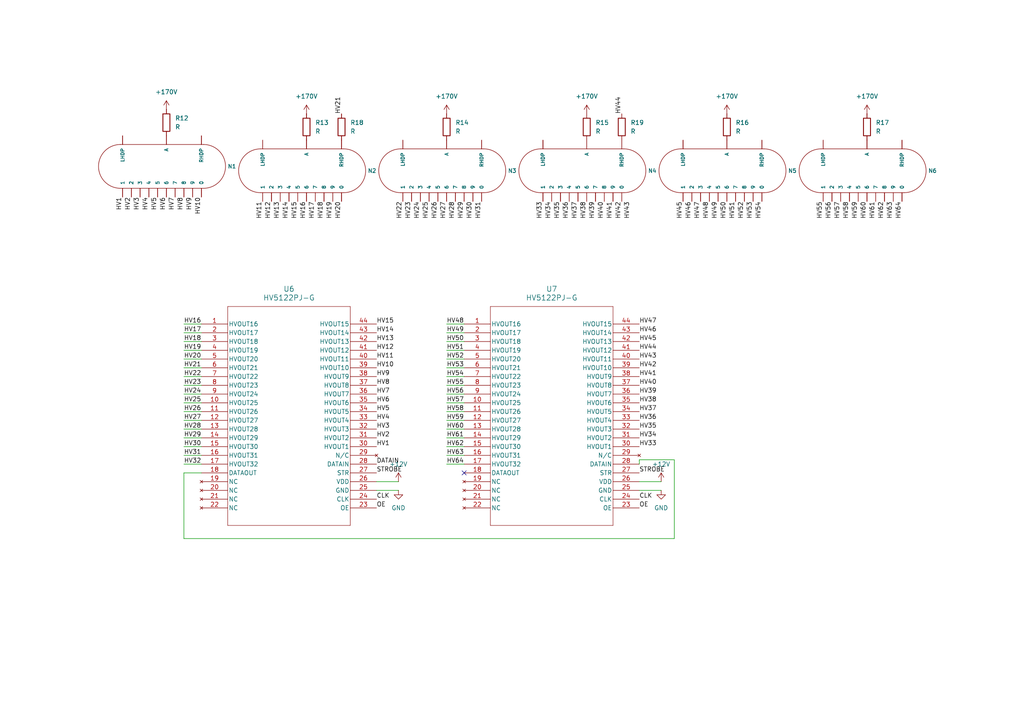
<source format=kicad_sch>
(kicad_sch (version 20250114) (generator "eeschema") (generator_version "9.0")
  (paper "A4")
  (title_block (title "Nixie Clock") (company "Sean Outram"))
  (lib_symbols
    (symbol "Device:R" (pin_numbers (hide yes)) (pin_names (offset 0))
      (property "Reference" "R" (at 2.032 0 90))
      (property "Value" "R" (at 0 0 90))
      (symbol "R_0_1"
        (rectangle (start -1.016 -2.54) (end 1.016 2.54) (stroke (width 0.254)))
      )
      (symbol "R_1_1"
        (pin passive line (at 0 3.81 270) (length 1.27) (name "~") (number "1"))
        (pin passive line (at 0 -3.81 90) (length 1.27) (name "~") (number "2"))
      )
    )
    (symbol "HV5122:HV5122PJ-G" (pin_names (offset 0.254))
      (property "Reference" "U" (at 25.4 10.16 0))
      (property "Value" "HV5122PJ-G" (at 25.4 7.62 0))
      (symbol "HV5122PJ-G_0_1"
        (polyline (pts (xy 7.62 5.08) (xy 7.62 -58.42)) (stroke (width 0.127)))
        (polyline (pts (xy 7.62 -58.42) (xy 43.18 -58.42)) (stroke (width 0.127)))
        (polyline (pts (xy 43.18 5.08) (xy 7.62 5.08)) (stroke (width 0.127)))
        (polyline (pts (xy 43.18 -58.42) (xy 43.18 5.08)) (stroke (width 0.127)))
        (pin output line (at 0 0 0) (length 7.62) (name "HVOUT16") (number "1"))
        (pin output line (at 0 -2.54 0) (length 7.62) (name "HVOUT17") (number "2"))
        (pin output line (at 0 -5.08 0) (length 7.62) (name "HVOUT18") (number "3"))
        (pin output line (at 0 -7.62 0) (length 7.62) (name "HVOUT19") (number "4"))
        (pin output line (at 0 -10.16 0) (length 7.62) (name "HVOUT20") (number "5"))
        (pin output line (at 0 -12.7 0) (length 7.62) (name "HVOUT21") (number "6"))
        (pin output line (at 0 -15.24 0) (length 7.62) (name "HVOUT22") (number "7"))
        (pin output line (at 0 -17.78 0) (length 7.62) (name "HVOUT23") (number "8"))
        (pin output line (at 0 -20.32 0) (length 7.62) (name "HVOUT24") (number "9"))
        (pin output line (at 0 -22.86 0) (length 7.62) (name "HVOUT25") (number "10"))
        (pin output line (at 0 -25.4 0) (length 7.62) (name "HVOUT26") (number "11"))
        (pin output line (at 0 -27.94 0) (length 7.62) (name "HVOUT27") (number "12"))
        (pin output line (at 0 -30.48 0) (length 7.62) (name "HVOUT28") (number "13"))
        (pin output line (at 0 -33.02 0) (length 7.62) (name "HVOUT29") (number "14"))
        (pin output line (at 0 -35.56 0) (length 7.62) (name "HVOUT30") (number "15"))
        (pin output line (at 0 -38.1 0) (length 7.62) (name "HVOUT31") (number "16"))
        (pin output line (at 0 -40.64 0) (length 7.62) (name "HVOUT32") (number "17"))
        (pin output line (at 0 -43.18 0) (length 7.62) (name "DATAOUT") (number "18"))
        (pin no_connect line (at 0 -45.72 0) (length 7.62) (name "NC") (number "19"))
        (pin no_connect line (at 0 -48.26 0) (length 7.62) (name "NC") (number "20"))
        (pin no_connect line (at 0 -50.8 0) (length 7.62) (name "NC") (number "21"))
        (pin no_connect line (at 0 -53.34 0) (length 7.62) (name "NC") (number "22"))
        (pin output line (at 50.8 0 180) (length 7.62) (name "HVOUT15") (number "44"))
        (pin output line (at 50.8 -2.54 180) (length 7.62) (name "HVOUT14") (number "43"))
        (pin output line (at 50.8 -5.08 180) (length 7.62) (name "HVOUT13") (number "42"))
        (pin output line (at 50.8 -7.62 180) (length 7.62) (name "HVOUT12") (number "41"))
        (pin output line (at 50.8 -10.16 180) (length 7.62) (name "HVOUT11") (number "40"))
        (pin output line (at 50.8 -12.7 180) (length 7.62) (name "HVOUT10") (number "39"))
        (pin output line (at 50.8 -15.24 180) (length 7.62) (name "HVOUT9") (number "38"))
        (pin output line (at 50.8 -17.78 180) (length 7.62) (name "HVOUT8") (number "37"))
        (pin output line (at 50.8 -20.32 180) (length 7.62) (name "HVOUT7") (number "36"))
        (pin output line (at 50.8 -22.86 180) (length 7.62) (name "HVOUT6") (number "35"))
        (pin output line (at 50.8 -25.4 180) (length 7.62) (name "HVOUT5") (number "34"))
        (pin output line (at 50.8 -27.94 180) (length 7.62) (name "HVOUT4") (number "33"))
        (pin output line (at 50.8 -30.48 180) (length 7.62) (name "HVOUT3") (number "32"))
        (pin output line (at 50.8 -33.02 180) (length 7.62) (name "HVOUT2") (number "31"))
        (pin output line (at 50.8 -35.56 180) (length 7.62) (name "HVOUT1") (number "30"))
        (pin no_connect line (at 50.8 -38.1 180) (length 7.62) (name "N/C") (number "29"))
        (pin input line (at 50.8 -40.64 180) (length 7.62) (name "DATAIN") (number "28"))
        (pin unspecified line (at 50.8 -43.18 180) (length 7.62) (name "STR") (number "27"))
        (pin power_in line (at 50.8 -45.72 180) (length 7.62) (name "VDD") (number "26"))
        (pin power_out line (at 50.8 -48.26 180) (length 7.62) (name "GND") (number "25"))
        (pin input line (at 50.8 -50.8 180) (length 7.62) (name "CLK") (number "24"))
        (pin bidirectional line (at 50.8 -53.34 180) (length 7.62) (name "OE") (number "23"))
      )
    )
    (symbol "nixies-us:IN-16" (pin_numbers (hide yes)) (pin_names (offset 1.016))
      (property "Reference" "N" (at -3.175 20.955 0))
      (symbol "IN-16_1_0"
        (polyline (pts (xy -5.08 -10.795) (xy -5.08 13.335)))
        (polyline (pts (xy 7.62 -10.795) (xy 7.62 13.335)))
      )
      (symbol "IN-16_1_1"
        (arc (start -5.08 13.335) (mid 1.27 19.685) (end 7.62 13.335))
        (arc (start 7.62 -10.795) (mid 1.27 -17.145) (end -5.08 -10.795))
        (pin bidirectional line (at -7.62 12.7 0) (length 2.54) (name "1") (number "1"))
        (pin bidirectional line (at -7.62 10.16 0) (length 2.54) (name "2") (number "2"))
        (pin bidirectional line (at -7.62 7.62 0) (length 2.54) (name "3") (number "3"))
        (pin bidirectional line (at -7.62 5.08 0) (length 2.54) (name "4") (number "4"))
        (pin bidirectional line (at -7.62 2.54 0) (length 2.54) (name "5") (number "5"))
        (pin bidirectional line (at -7.62 0 0) (length 2.54) (name "6") (number "6"))
        (pin bidirectional line (at -7.62 -2.54 0) (length 2.54) (name "7") (number "7"))
        (pin bidirectional line (at -7.62 -5.08 0) (length 2.54) (name "8") (number "8"))
        (pin bidirectional line (at -7.62 -7.62 0) (length 2.54) (name "9") (number "9"))
        (pin bidirectional line (at -7.62 -10.16 0) (length 2.54) (name "0") (number "0"))
        (pin bidirectional line (at 10.16 12.7 180) (length 2.54) (name "LHDP") (number "LHDP"))
        (pin bidirectional line (at 10.16 0 180) (length 2.54) (name "A") (number "A"))
        (pin bidirectional line (at 10.16 -10.16 180) (length 2.54) (name "RHDP") (number "RHDP"))
      )
    )
    (symbol "power:+12V" (power) (pin_numbers (hide yes)) (pin_names (offset 0) (hide yes))
      (property "Value" "+12V" (at 0 3.556 0))
      (symbol "+12V_0_1"
        (polyline (pts (xy -0.762 1.27) (xy 0 2.54)))
        (polyline (pts (xy 0 2.54) (xy 0.762 1.27)))
        (polyline (pts (xy 0 0) (xy 0 2.54)))
      )
      (symbol "+12V_1_1"
        (pin power_in line (at 0 0 90) (length 0) (name "~") (number "1"))
      )
    )
    (symbol "power:+3V3" (power) (pin_numbers (hide yes)) (pin_names (offset 0) (hide yes))
      (property "Value" "+3V3" (at 0 3.556 0))
      (symbol "+3V3_0_1"
        (polyline (pts (xy -0.762 1.27) (xy 0 2.54)))
        (polyline (pts (xy 0 2.54) (xy 0.762 1.27)))
        (polyline (pts (xy 0 0) (xy 0 2.54)))
      )
      (symbol "+3V3_1_1"
        (pin power_in line (at 0 0 90) (length 0) (name "~") (number "1"))
      )
    )
    (symbol "power:GND" (power) (pin_numbers (hide yes)) (pin_names (offset 0) (hide yes))
      (property "Value" "GND" (at 0 -3.81 0))
      (symbol "GND_0_1"
        (polyline (pts (xy 0 0) (xy 0 -1.27) (xy 1.27 -1.27) (xy 0 -2.54) (xy -1.27 -1.27) (xy 0 -1.27)))
      )
      (symbol "GND_1_1"
        (pin power_in line (at 0 0 270) (length 0) (name "~") (number "1"))
      )
    )
  )
  (no_connect (at 134.62 137.16))
  (wire (pts (xy 53.34 109.22) (xy 58.42 109.22)))
  (wire (pts (xy 115.57 139.7) (xy 109.22 139.7)))
  (wire (pts (xy 185.42 133.35) (xy 185.42 134.62)))
  (wire (pts (xy 129.54 119.38) (xy 134.62 119.38)))
  (wire (pts (xy 53.34 114.3) (xy 58.42 114.3)))
  (wire (pts (xy 53.34 106.68) (xy 58.42 106.68)))
  (wire (pts (xy 129.54 116.84) (xy 134.62 116.84)))
  (wire (pts (xy 53.34 129.54) (xy 58.42 129.54)))
  (wire (pts (xy 53.34 137.16) (xy 53.34 156.21)))
  (wire (pts (xy 129.54 101.6) (xy 134.62 101.6)))
  (wire (pts (xy 129.54 124.46) (xy 134.62 124.46)))
  (wire (pts (xy 53.34 127) (xy 58.42 127)))
  (wire (pts (xy 185.42 142.24) (xy 191.77 142.24)))
  (wire (pts (xy 129.54 111.76) (xy 134.62 111.76)))
  (wire (pts (xy 53.34 124.46) (xy 58.42 124.46)))
  (wire (pts (xy 53.34 116.84) (xy 58.42 116.84)))
  (wire (pts (xy 53.34 134.62) (xy 58.42 134.62)))
  (wire (pts (xy 53.34 119.38) (xy 58.42 119.38)))
  (wire (pts (xy 53.34 111.76) (xy 58.42 111.76)))
  (wire (pts (xy 129.54 96.52) (xy 134.62 96.52)))
  (wire (pts (xy 129.54 129.54) (xy 134.62 129.54)))
  (wire (pts (xy 129.54 99.06) (xy 134.62 99.06)))
  (wire (pts (xy 129.54 109.22) (xy 134.62 109.22)))
  (wire (pts (xy 53.34 156.21) (xy 195.58 156.21)))
  (wire (pts (xy 53.34 96.52) (xy 58.42 96.52)))
  (wire (pts (xy 58.42 137.16) (xy 53.34 137.16)))
  (wire (pts (xy 129.54 114.3) (xy 134.62 114.3)))
  (wire (pts (xy 53.34 99.06) (xy 58.42 99.06)))
  (wire (pts (xy 129.54 132.08) (xy 134.62 132.08)))
  (wire (pts (xy 129.54 93.98) (xy 134.62 93.98)))
  (wire (pts (xy 53.34 132.08) (xy 58.42 132.08)))
  (wire (pts (xy 53.34 93.98) (xy 58.42 93.98)))
  (wire (pts (xy 129.54 134.62) (xy 134.62 134.62)))
  (wire (pts (xy 129.54 121.92) (xy 134.62 121.92)))
  (wire (pts (xy 195.58 156.21) (xy 195.58 133.35)))
  (wire (pts (xy 53.34 104.14) (xy 58.42 104.14)))
  (wire (pts (xy 129.54 106.68) (xy 134.62 106.68)))
  (wire (pts (xy 53.34 121.92) (xy 58.42 121.92)))
  (wire (pts (xy 191.77 139.7) (xy 185.42 139.7)))
  (wire (pts (xy 109.22 142.24) (xy 115.57 142.24)))
  (wire (pts (xy 129.54 127) (xy 134.62 127)))
  (wire (pts (xy 185.42 133.35) (xy 195.58 133.35)))
  (wire (pts (xy 129.54 104.14) (xy 134.62 104.14)))
  (wire (pts (xy 53.34 101.6) (xy 58.42 101.6)))
  (label "HV15" (at 86.36 58.42 270))
  (label "HV2" (at 38.1 57.15 270))
  (label "HV46" (at 200.66 58.42 270))
  (label "CLK" (at 109.22 144.78 0))
  (label "OE" (at 109.22 147.32 0))
  (label "STROBE" (at 109.22 137.16 0))
  (label "DATAIN" (at 109.22 134.62 0))
  (label "HV14" (at 83.82 58.42 270))
  (label "HV50" (at 210.82 58.42 270))
  (label "HV26" (at 127 58.42 270))
  (label "HV51" (at 213.36 58.42 270))
  (label "STROBE" (at 185.42 137.16 0))
  (label "HV57" (at 243.84 58.42 270))
  (label "HV43" (at 182.88 58.42 270))
  (label "HV27" (at 129.54 58.42 270))
  (label "HV52" (at 215.9 58.42 270))
  (label "HV5" (at 45.72 57.15 270))
  (label "HV37" (at 167.64 58.42 270))
  (label "HV9" (at 55.88 57.15 270))
  (label "HV42" (at 180.34 58.42 270))
  (label "HV57" (at 129.54 116.84 0))
  (label "HV58" (at 129.54 119.38 0))
  (label "HV59" (at 129.54 121.92 0))
  (label "HV60" (at 129.54 124.46 0))
  (label "HV44" (at 185.42 101.6 0))
  (label "HV45" (at 185.42 99.06 0))
  (label "HV47" (at 185.42 93.98 0))
  (label "HV46" (at 185.42 96.52 0))
  (label "HV40" (at 185.42 111.76 0))
  (label "HV41" (at 185.42 109.22 0))
  (label "HV42" (at 185.42 106.68 0))
  (label "HV43" (at 185.42 104.14 0))
  (label "HV39" (at 185.42 114.3 0))
  (label "HV37" (at 185.42 119.38 0))
  (label "HV38" (at 185.42 116.84 0))
  (label "HV36" (at 185.42 121.92 0))
  (label "HV35" (at 185.42 124.46 0))
  (label "HV33" (at 185.42 129.54 0))
  (label "HV34" (at 185.42 127 0))
  (label "HV49" (at 129.54 96.52 0))
  (label "HV50" (at 129.54 99.06 0))
  (label "HV51" (at 129.54 101.6 0))
  (label "HV52" (at 129.54 104.14 0))
  (label "HV48" (at 129.54 93.98 0))
  (label "HV53" (at 129.54 106.68 0))
  (label "HV54" (at 129.54 109.22 0))
  (label "HV55" (at 129.54 111.76 0))
  (label "HV56" (at 129.54 114.3 0))
  (label "HV4" (at 43.18 57.15 270))
  (label "HV16" (at 88.9 58.42 270))
  (label "HV55" (at 238.76 58.42 270))
  (label "HV31" (at 139.7 58.42 270))
  (label "HV20" (at 99.06 58.42 270))
  (label "HV64" (at 261.62 58.42 270))
  (label "HV23" (at 119.38 58.42 270))
  (label "HV49" (at 208.28 58.42 270))
  (label "HV61" (at 129.54 127 0))
  (label "HV62" (at 129.54 129.54 0))
  (label "HV63" (at 129.54 132.08 0))
  (label "HV64" (at 129.54 134.62 0))
  (label "HV56" (at 241.3 58.42 270))
  (label "HV28" (at 132.08 58.42 270))
  (label "HV22" (at 116.84 58.42 270))
  (label "HV62" (at 256.54 58.42 270))
  (label "HV25" (at 124.46 58.42 270))
  (label "HV41" (at 177.8 58.42 270))
  (label "OE" (at 185.42 147.32 0))
  (label "CLK" (at 185.42 144.78 0))
  (label "HV63" (at 259.08 58.42 270))
  (label "HV47" (at 203.2 58.42 270))
  (label "HV40" (at 175.26 58.42 270))
  (label "HV7" (at 50.8 57.15 270))
  (label "HV36" (at 165.1 58.42 270))
  (label "HV19" (at 96.52 58.42 270))
  (label "HV61" (at 254 58.42 270))
  (label "HV48" (at 205.74 58.42 270))
  (label "HV21" (at 99.06 33.02 90))
  (label "HV6" (at 48.26 57.15 270))
  (label "HV11" (at 76.2 58.42 270))
  (label "HV53" (at 218.44 58.42 270))
  (label "HV33" (at 157.48 58.42 270))
  (label "HV3" (at 40.64 57.15 270))
  (label "HV34" (at 160.02 58.42 270))
  (label "HV18" (at 93.98 58.42 270))
  (label "HV10" (at 58.42 57.15 270))
  (label "HV30" (at 137.16 58.42 270))
  (label "HV38" (at 170.18 58.42 270))
  (label "HV12" (at 78.74 58.42 270))
  (label "HV29" (at 53.34 127 0))
  (label "HV30" (at 53.34 129.54 0))
  (label "HV27" (at 53.34 121.92 0))
  (label "HV28" (at 53.34 124.46 0))
  (label "HV26" (at 53.34 119.38 0))
  (label "HV25" (at 53.34 116.84 0))
  (label "HV32" (at 53.34 134.62 0))
  (label "HV31" (at 53.34 132.08 0))
  (label "HV2" (at 109.22 127 0))
  (label "HV3" (at 109.22 124.46 0))
  (label "HV4" (at 109.22 121.92 0))
  (label "HV6" (at 109.22 116.84 0))
  (label "HV5" (at 109.22 119.38 0))
  (label "HV1" (at 109.22 129.54 0))
  (label "HV20" (at 53.34 104.14 0))
  (label "HV21" (at 53.34 106.68 0))
  (label "HV22" (at 53.34 109.22 0))
  (label "HV18" (at 53.34 99.06 0))
  (label "HV16" (at 53.34 93.98 0))
  (label "HV19" (at 53.34 101.6 0))
  (label "HV17" (at 53.34 96.52 0))
  (label "HV23" (at 53.34 111.76 0))
  (label "HV24" (at 53.34 114.3 0))
  (label "HV13" (at 109.22 99.06 0))
  (label "HV11" (at 109.22 104.14 0))
  (label "HV12" (at 109.22 101.6 0))
  (label "HV15" (at 109.22 93.98 0))
  (label "HV14" (at 109.22 96.52 0))
  (label "HV10" (at 109.22 106.68 0))
  (label "HV9" (at 109.22 109.22 0))
  (label "HV7" (at 109.22 114.3 0))
  (label "HV8" (at 109.22 111.76 0))
  (label "HV59" (at 248.92 58.42 270))
  (label "HV44" (at 180.34 33.02 90))
  (label "HV45" (at 198.12 58.42 270))
  (label "HV54" (at 220.98 58.42 270))
  (label "HV8" (at 53.34 57.15 270))
  (label "HV39" (at 172.72 58.42 270))
  (label "HV58" (at 246.38 58.42 270))
  (label "HV13" (at 81.28 58.42 270))
  (label "HV29" (at 134.62 58.42 270))
  (label "HV35" (at 162.56 58.42 270))
  (label "HV24" (at 121.92 58.42 270))
  (label "HV60" (at 251.46 58.42 270))
  (label "HV17" (at 91.44 58.42 270))
  (label "HV1" (at 35.56 57.15 270))
  (symbol (lib_id "nixies-us:IN-16") (at 129.54 50.8 90) (unit 1)
    (property "Reference" "N3" (at 147.32 49.53 90) (effects (font (size 1.143 1.143)) (justify right)))
    (property "Value" "IN-16" (effects (hide yes)))
    (property "Footprint" "nixies-us_IN-16" (effects (hide yes)))
  )
  (symbol (lib_id "HV5122:HV5122PJ-G") (at 58.42 93.98 0) (unit 1)
    (property "Reference" "U6" (at 83.82 83.82 0) (effects (font (size 1.524 1.524))))
    (property "Value" "HV5122PJ-G" (at 83.82 86.36 0) (effects (font (size 1.524 1.524))))
    (property "Footprint" "PLCC44_MC_MCH" (effects (hide yes)))
    (property "Datasheet" "HV5122PJ-G" (effects (hide yes)))
  )
  (symbol (lib_id "Device:R") (at 210.82 36.83 0) (unit 1)
    (property "Reference" "R16" (at 213.36 35.5599 0) (effects (justify left)))
    (property "Value" "R" (at 213.36 38.0999 0) (effects (justify left)))
    (property "Description" "Resistor" (effects (hide yes)))
  )
  (symbol (lib_id "power:+3V3") (at 48.26 31.75 0) (unit 1)
    (property "Reference" "#PWR030" (effects (hide yes)))
    (property "Value" "+170V" (at 48.26 26.67 0))
    (property "Description" "Power symbol creates a global label with name \"+3V3\"" (effects (hide yes)))
  )
  (symbol (lib_id "power:+3V3") (at 251.46 33.02 0) (unit 1)
    (property "Reference" "#PWR035" (effects (hide yes)))
    (property "Value" "+170V" (at 251.46 27.94 0))
    (property "Description" "Power symbol creates a global label with name \"+3V3\"" (effects (hide yes)))
  )
  (symbol (lib_id "Device:R") (at 129.54 36.83 0) (unit 1)
    (property "Reference" "R14" (at 132.08 35.5599 0) (effects (justify left)))
    (property "Value" "R" (at 132.08 38.0999 0) (effects (justify left)))
    (property "Description" "Resistor" (effects (hide yes)))
  )
  (symbol (lib_id "nixies-us:IN-16") (at 210.82 50.8 90) (unit 1)
    (property "Reference" "N5" (at 228.6 49.53 90) (effects (font (size 1.143 1.143)) (justify right)))
    (property "Value" "IN-16" (effects (hide yes)))
    (property "Footprint" "nixies-us_IN-16" (effects (hide yes)))
  )
  (symbol (lib_id "power:GND") (at 191.77 142.24 0) (unit 1)
    (property "Reference" "#PWR039" (effects (hide yes)))
    (property "Value" "GND" (at 191.77 147.32 0))
    (property "Description" "Power symbol creates a global label with name \"GND\" , ground" (effects (hide yes)))
  )
  (symbol (lib_id "Device:R") (at 180.34 36.83 0) (unit 1)
    (property "Reference" "R19" (at 182.88 35.5599 0) (effects (justify left)))
    (property "Value" "R" (at 182.88 38.0999 0) (effects (justify left)))
    (property "Description" "Resistor" (effects (hide yes)))
  )
  (symbol (lib_id "Device:R") (at 88.9 36.83 0) (unit 1)
    (property "Reference" "R13" (at 91.44 35.5599 0) (effects (justify left)))
    (property "Value" "R" (at 91.44 38.0999 0) (effects (justify left)))
    (property "Description" "Resistor" (effects (hide yes)))
  )
  (symbol (lib_id "power:GND") (at 115.57 142.24 0) (unit 1)
    (property "Reference" "#PWR037" (effects (hide yes)))
    (property "Value" "GND" (at 115.57 147.32 0))
    (property "Description" "Power symbol creates a global label with name \"GND\" , ground" (effects (hide yes)))
  )
  (symbol (lib_id "power:+3V3") (at 88.9 33.02 0) (unit 1)
    (property "Reference" "#PWR031" (effects (hide yes)))
    (property "Value" "+170V" (at 88.9 27.94 0))
    (property "Description" "Power symbol creates a global label with name \"+3V3\"" (effects (hide yes)))
  )
  (symbol (lib_id "Device:R") (at 48.26 35.56 0) (unit 1)
    (property "Reference" "R12" (at 50.8 34.2899 0) (effects (justify left)))
    (property "Value" "R" (at 50.8 36.8299 0) (effects (justify left)))
    (property "Description" "Resistor" (effects (hide yes)))
  )
  (symbol (lib_id "power:+12V") (at 191.77 139.7 0) (unit 1)
    (property "Reference" "#PWR038" (effects (hide yes)))
    (property "Value" "+12V" (at 191.77 134.62 0))
    (property "Description" "Power symbol creates a global label with name \"+12V\"" (effects (hide yes)))
  )
  (symbol (lib_id "power:+3V3") (at 210.82 33.02 0) (unit 1)
    (property "Reference" "#PWR034" (effects (hide yes)))
    (property "Value" "+170V" (at 210.82 27.94 0))
    (property "Description" "Power symbol creates a global label with name \"+3V3\"" (effects (hide yes)))
  )
  (symbol (lib_id "power:+3V3") (at 170.18 33.02 0) (unit 1)
    (property "Reference" "#PWR033" (effects (hide yes)))
    (property "Value" "+170V" (at 170.18 27.94 0))
    (property "Description" "Power symbol creates a global label with name \"+3V3\"" (effects (hide yes)))
  )
  (symbol (lib_id "nixies-us:IN-16") (at 48.26 49.53 90) (unit 1)
    (property "Reference" "N1" (at 66.04 48.26 90) (effects (font (size 1.143 1.143)) (justify right)))
    (property "Value" "IN-16" (effects (hide yes)))
    (property "Footprint" "nixies-us_IN-16" (effects (hide yes)))
  )
  (symbol (lib_id "power:+3V3") (at 129.54 33.02 0) (unit 1)
    (property "Reference" "#PWR032" (effects (hide yes)))
    (property "Value" "+170V" (at 129.54 27.94 0))
    (property "Description" "Power symbol creates a global label with name \"+3V3\"" (effects (hide yes)))
  )
  (symbol (lib_id "nixies-us:IN-16") (at 170.18 50.8 90) (unit 1)
    (property "Reference" "N4" (at 187.96 49.53 90) (effects (font (size 1.143 1.143)) (justify right)))
    (property "Value" "IN-16" (effects (hide yes)))
    (property "Footprint" "nixies-us_IN-16" (effects (hide yes)))
  )
  (symbol (lib_id "power:+12V") (at 115.57 139.7 0) (unit 1)
    (property "Reference" "#PWR036" (effects (hide yes)))
    (property "Value" "+12V" (at 115.57 134.62 0))
    (property "Description" "Power symbol creates a global label with name \"+12V\"" (effects (hide yes)))
  )
  (symbol (lib_id "nixies-us:IN-16") (at 251.46 50.8 90) (unit 1)
    (property "Reference" "N6" (at 269.24 49.53 90) (effects (font (size 1.143 1.143)) (justify right)))
    (property "Value" "IN-16" (effects (hide yes)))
    (property "Footprint" "nixies-us_IN-16" (effects (hide yes)))
  )
  (symbol (lib_id "Device:R") (at 170.18 36.83 0) (unit 1)
    (property "Reference" "R15" (at 172.72 35.5599 0) (effects (justify left)))
    (property "Value" "R" (at 172.72 38.0999 0) (effects (justify left)))
    (property "Description" "Resistor" (effects (hide yes)))
  )
  (symbol (lib_id "Device:R") (at 99.06 36.83 0) (unit 1)
    (property "Reference" "R18" (at 101.6 35.5599 0) (effects (justify left)))
    (property "Value" "R" (at 101.6 38.0999 0) (effects (justify left)))
    (property "Description" "Resistor" (effects (hide yes)))
  )
  (symbol (lib_id "HV5122:HV5122PJ-G") (at 134.62 93.98 0) (unit 1)
    (property "Reference" "U7" (at 160.02 83.82 0) (effects (font (size 1.524 1.524))))
    (property "Value" "HV5122PJ-G" (at 160.02 86.36 0) (effects (font (size 1.524 1.524))))
    (property "Footprint" "PLCC44_MC_MCH" (effects (hide yes)))
    (property "Datasheet" "HV5122PJ-G" (effects (hide yes)))
  )
  (symbol (lib_id "Device:R") (at 251.46 36.83 0) (unit 1)
    (property "Reference" "R17" (at 254 35.5599 0) (effects (justify left)))
    (property "Value" "R" (at 254 38.0999 0) (effects (justify left)))
    (property "Description" "Resistor" (effects (hide yes)))
  )
  (symbol (lib_id "nixies-us:IN-16") (at 88.9 50.8 90) (unit 1)
    (property "Reference" "N2" (at 106.68 49.53 90) (effects (font (size 1.143 1.143)) (justify right)))
    (property "Value" "IN-16" (effects (hide yes)))
    (property "Footprint" "nixies-us_IN-16" (effects (hide yes)))
  )
)
</source>
